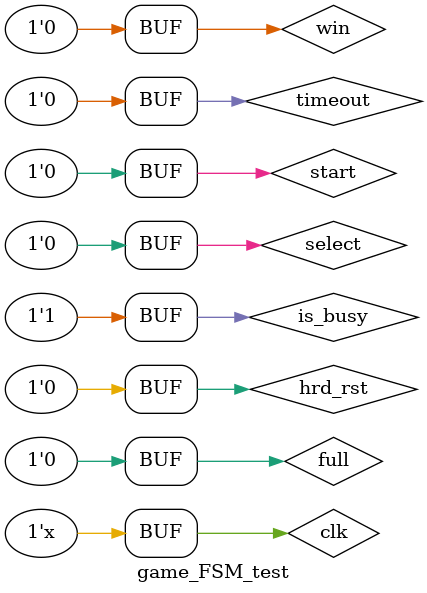
<source format=sv>
module game_FSM_test();

	logic clk, hrd_rst, start, select, timeout, is_busy, win, full,
					gen_rand, toggle_player, w_e, rst_timer, rst;
	
	logic[2:0] state;
					
	game_FSM DUT(clk, hrd_rst, start, select, timeout, is_busy, win, full,
					gen_rand, toggle_player, w_e, rst_timer, rst, state);
	
	
	initial begin 
		
		clk = 0; hrd_rst = 0; start = 0; select = 0; timeout = 0;
		is_busy = 0; win = 0; full = 0;
		
		#30 start = 1;
		#10 start = 0;
		
		#30 select = 1;
		#10 select = 0;
		
		#10 is_busy = 1;
		#30 select = 1;
		#10 select = 0;
		
		
	end

	
	always #5 clk = !clk;
	
endmodule 
</source>
